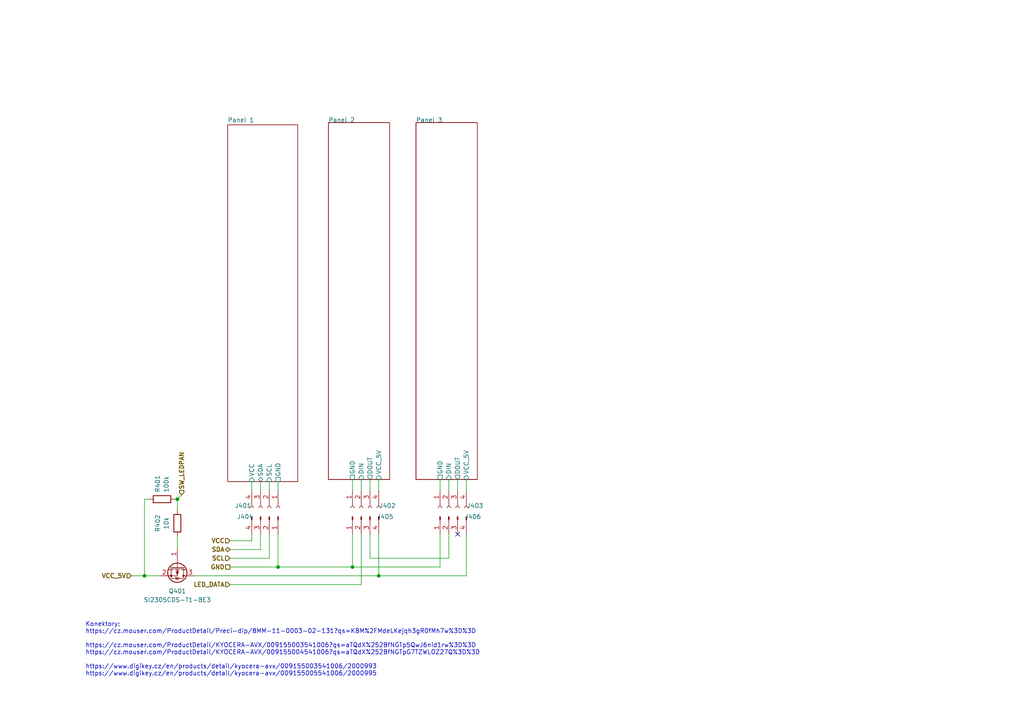
<source format=kicad_sch>
(kicad_sch (version 20211123) (generator eeschema)
  (paper "A4")
  (title_block (title "CanSat 2023") (rev "2022") (company "The Project SkyFall") (comment 1 "David Haisman"))
  (lib_symbols
    (symbol "1Knihovna:SI2305CDS-T1-BE3" (pin_names (offset 0) hide)
      (property "Reference" "Q205" (at 3.175 3.175 0))
      (property "Value" "SI2305CDS-T1-BE3" (at 9.525 1.27 0))
      (symbol "SI2305CDS-T1-BE3_0_1"
        (polyline (pts (xy 0.254 0) (xy -2.54 0)))
        (polyline (pts (xy 0.254 1.905) (xy 0.254 -1.905)) (stroke (width 0.254)))
        (polyline (pts (xy 0.762 -1.27) (xy 0.762 -2.286)) (stroke (width 0.254)))
        (polyline (pts (xy 0.762 0.508) (xy 0.762 -0.508)) (stroke (width 0.254)))
        (polyline (pts (xy 0.762 2.286) (xy 0.762 1.27)) (stroke (width 0.254)))
        (polyline (pts (xy 2.54 2.54) (xy 2.54 1.778)))
        (polyline (pts (xy 2.54 -2.54) (xy 2.54 0) (xy 0.762 0)))
        (polyline (pts (xy 0.762 1.778) (xy 3.302 1.778) (xy 3.302 -1.778) (xy 0.762 -1.778)))
        (polyline (pts (xy 2.286 0) (xy 1.27 0.381) (xy 1.27 -0.381) (xy 2.286 0)) (fill (type outline)))
        (polyline (pts (xy 2.794 -0.508) (xy 2.921 -0.381) (xy 3.683 -0.381) (xy 3.81 -0.254)))
        (polyline (pts (xy 3.302 -0.381) (xy 2.921 0.254) (xy 3.683 0.254) (xy 3.302 -0.381)))
        (circle (center 1.651 0) (radius 2.794) (stroke (width 0.254)))
        (circle (center 2.54 -1.778) (radius 0.254) (fill (type outline)))
        (circle (center 2.54 1.778) (radius 0.254) (fill (type outline)))
      )
      (symbol "SI2305CDS-T1-BE3_1_1"
        (pin input line (at -5.08 0 0) (length 2.54) (name "G") (number "1"))
        (pin passive line (at 2.54 -5.08 90) (length 2.54) (name "S") (number "2"))
        (pin passive line (at 2.54 5.08 270) (length 2.54) (name "D") (number "3"))
      )
    )
    (symbol "Connector:Conn_01x04_Female" (pin_names (offset 1.016) hide)
      (property "Reference" "J" (at 0 5.08 0))
      (property "Value" "Conn_01x04_Female" (at 0 -7.62 0))
      (symbol "Conn_01x04_Female_1_1"
        (arc (start 0 -4.572) (mid -0.508 -5.08) (end 0 -5.588) (stroke (width 0.1524)))
        (arc (start 0 -2.032) (mid -0.508 -2.54) (end 0 -3.048) (stroke (width 0.1524)))
        (polyline (pts (xy -1.27 -5.08) (xy -0.508 -5.08)) (stroke (width 0.1524)))
        (polyline (pts (xy -1.27 -2.54) (xy -0.508 -2.54)) (stroke (width 0.1524)))
        (polyline (pts (xy -1.27 0) (xy -0.508 0)) (stroke (width 0.1524)))
        (polyline (pts (xy -1.27 2.54) (xy -0.508 2.54)) (stroke (width 0.1524)))
        (arc (start 0 0.508) (mid -0.508 0) (end 0 -0.508) (stroke (width 0.1524)))
        (arc (start 0 3.048) (mid -0.508 2.54) (end 0 2.032) (stroke (width 0.1524)))
        (pin passive line (at -5.08 2.54 0) (length 3.81) (name "Pin_1") (number "1"))
        (pin passive line (at -5.08 0 0) (length 3.81) (name "Pin_2") (number "2"))
        (pin passive line (at -5.08 -2.54 0) (length 3.81) (name "Pin_3") (number "3"))
        (pin passive line (at -5.08 -5.08 0) (length 3.81) (name "Pin_4") (number "4"))
      )
    )
    (symbol "Connector:Conn_01x04_Male" (pin_names (offset 1.016) hide)
      (property "Reference" "J" (at 0 5.08 0))
      (property "Value" "Conn_01x04_Male" (at 0 -7.62 0))
      (symbol "Conn_01x04_Male_1_1"
        (polyline (pts (xy 1.27 -5.08) (xy 0.8636 -5.08)) (stroke (width 0.1524)))
        (polyline (pts (xy 1.27 -2.54) (xy 0.8636 -2.54)) (stroke (width 0.1524)))
        (polyline (pts (xy 1.27 0) (xy 0.8636 0)) (stroke (width 0.1524)))
        (polyline (pts (xy 1.27 2.54) (xy 0.8636 2.54)) (stroke (width 0.1524)))
        (rectangle (start 0.8636 -4.953) (end 0 -5.207) (stroke (width 0.1524)) (fill (type outline)))
        (rectangle (start 0.8636 -2.413) (end 0 -2.667) (stroke (width 0.1524)) (fill (type outline)))
        (rectangle (start 0.8636 0.127) (end 0 -0.127) (stroke (width 0.1524)) (fill (type outline)))
        (rectangle (start 0.8636 2.667) (end 0 2.413) (stroke (width 0.1524)) (fill (type outline)))
        (pin passive line (at 5.08 2.54 180) (length 3.81) (name "Pin_1") (number "1"))
        (pin passive line (at 5.08 0 180) (length 3.81) (name "Pin_2") (number "2"))
        (pin passive line (at 5.08 -2.54 180) (length 3.81) (name "Pin_3") (number "3"))
        (pin passive line (at 5.08 -5.08 180) (length 3.81) (name "Pin_4") (number "4"))
      )
    )
    (symbol "Device:R" (pin_numbers hide) (pin_names (offset 0))
      (property "Reference" "R" (at 2.032 0 90))
      (property "Value" "R" (at 0 0 90))
      (symbol "R_0_1"
        (rectangle (start -1.016 -2.54) (end 1.016 2.54) (stroke (width 0.254)))
      )
      (symbol "R_1_1"
        (pin passive line (at 0 3.81 270) (length 1.27) (name "~") (number "1"))
        (pin passive line (at 0 -3.81 90) (length 1.27) (name "~") (number "2"))
      )
    )
  )
  (junction (at 41.91 167.005))
  (junction (at 80.645 164.465))
  (junction (at 102.235 164.465))
  (junction (at 51.435 144.78))
  (junction (at 109.855 167.005))
  (no_connect (at 132.715 154.94))
  (wire (pts (xy 80.645 142.24) (xy 80.645 139.7)))
  (wire (pts (xy 43.18 144.78) (xy 41.91 144.78)))
  (wire (pts (xy 135.255 142.24) (xy 135.255 139.065)))
  (wire (pts (xy 78.105 142.24) (xy 78.105 139.7)))
  (wire (pts (xy 73.025 142.24) (xy 73.025 139.7)))
  (wire (pts (xy 66.675 164.465) (xy 80.645 164.465)))
  (wire (pts (xy 109.855 167.005) (xy 135.255 167.005)))
  (wire (pts (xy 51.435 147.955) (xy 51.435 144.78)))
  (wire (pts (xy 107.315 154.94) (xy 107.315 161.925)))
  (wire (pts (xy 127.635 142.24) (xy 127.635 139.065)))
  (wire (pts (xy 80.645 164.465) (xy 80.645 154.94)))
  (wire (pts (xy 102.235 164.465) (xy 127.635 164.465)))
  (wire (pts (xy 41.91 167.005) (xy 46.355 167.005)))
  (wire (pts (xy 73.025 156.845) (xy 73.025 154.94)))
  (wire (pts (xy 56.515 167.005) (xy 109.855 167.005)))
  (wire (pts (xy 50.8 144.78) (xy 51.435 144.78)))
  (wire (pts (xy 132.715 139.065) (xy 132.715 142.24)))
  (wire (pts (xy 107.315 142.24) (xy 107.315 139.065)))
  (wire (pts (xy 38.1 167.005) (xy 41.91 167.005)))
  (wire (pts (xy 66.675 161.925) (xy 78.105 161.925)))
  (wire (pts (xy 66.675 156.845) (xy 73.025 156.845)))
  (wire (pts (xy 78.105 161.925) (xy 78.105 154.94)))
  (wire (pts (xy 104.775 139.065) (xy 104.775 142.24)))
  (wire (pts (xy 102.235 154.94) (xy 102.235 164.465)))
  (wire (pts (xy 109.855 142.24) (xy 109.855 139.065)))
  (wire (pts (xy 51.435 159.385) (xy 51.435 155.575)))
  (wire (pts (xy 80.645 164.465) (xy 102.235 164.465)))
  (wire (pts (xy 104.775 169.545) (xy 104.775 154.94)))
  (wire (pts (xy 135.255 154.94) (xy 135.255 167.005)))
  (wire (pts (xy 107.315 161.925) (xy 130.175 161.925)))
  (wire (pts (xy 51.435 144.78) (xy 52.705 143.51)))
  (wire (pts (xy 102.235 142.24) (xy 102.235 139.065)))
  (wire (pts (xy 66.675 169.545) (xy 104.775 169.545)))
  (wire (pts (xy 75.565 159.385) (xy 75.565 154.94)))
  (wire (pts (xy 130.175 139.065) (xy 130.175 142.24)))
  (wire (pts (xy 41.91 144.78) (xy 41.91 167.005)))
  (wire (pts (xy 130.175 161.925) (xy 130.175 154.94)))
  (wire (pts (xy 75.565 142.24) (xy 75.565 139.7)))
  (wire (pts (xy 66.675 159.385) (xy 75.565 159.385)))
  (wire (pts (xy 109.855 154.94) (xy 109.855 167.005)))
  (wire (pts (xy 127.635 154.94) (xy 127.635 164.465)))
  (text "Konektory:\nhttps://cz.mouser.com/ProductDetail/Preci-dip/8MM-11-0003-02-131?qs=KBM%2FMdeLKejqh3gR0fMh7w%3D%3D\n\nhttps://cz.mouser.com/ProductDetail/KYOCERA-AVX/009155003541006?qs=aTQdX%252BfNGTp5QwJ6nid1rw%3D%3D\nhttps://cz.mouser.com/ProductDetail/KYOCERA-AVX/009155004541006?qs=aTQdX%252BfNGTpG7TZWLOZ27Q%3D%3D\n\nhttps://www.digikey.cz/en/products/detail/kyocera-avx/009155003541006/2000993\nhttps://www.digikey.cz/en/products/detail/kyocera-avx/009155005541006/2000995" (at 24.765 196.215 0) (effects (font (size 1.27 1.27)) (justify left bottom)))
  (hierarchical_label "LED_DATA" (shape input) (at 66.675 169.545 180) (effects (font bold)))
  (hierarchical_label "GND" (shape passive) (at 66.675 164.465 180) (effects (font bold)))
  (hierarchical_label "VCC" (shape input) (at 66.675 156.845 180) (effects (font bold)))
  (hierarchical_label "SCL" (shape input) (at 66.675 161.925 180) (effects (font bold)))
  (hierarchical_label "SDA" (shape bidirectional) (at 66.675 159.385 180) (effects (font bold)))
  (hierarchical_label "SW_LEDPAN" (shape input) (at 52.705 143.51 90) (effects (font (thickness 0.254) bold)))
  (hierarchical_label "VCC_5V" (shape input) (at 38.1 167.005 180) (effects (font bold)))
  (symbol (lib_id "Connector:Conn_01x04_Female") (at 104.775 147.32 90) (mirror x) (unit 1) (in_bom no)
    (property "Reference" "J402" (at 112.395 146.685 90))
    (property "Value" "Land patern" (effects hide))
  )
  (symbol (lib_id "Device:R") (at 46.99 144.78 90) (unit 1)
    (property "Reference" "R401" (at 45.7199 142.875 0) (effects (justify left)))
    (property "Value" "100k" (at 48.2599 142.875 0) (effects (justify left)))
    (property "Footprint" "Resistor_SMD:R_0402_1005Metric" (effects hide))
  )
  (symbol (lib_id "Connector:Conn_01x04_Male") (at 130.175 149.86 90) (mirror x) (unit 1)
    (property "Reference" "J406" (at 137.16 149.86 90))
    (property "Value" "009155004541006" (effects hide))
    (property "Footprint" "SamacSys_Parts2:009155004541006" (effects hide))
  )
  (symbol (lib_id "Connector:Conn_01x04_Male") (at 78.105 149.86 270) (unit 1)
    (property "Reference" "J404" (at 71.12 149.86 90))
    (property "Value" "009155004541006" (effects hide))
    (property "Footprint" "SamacSys_Parts2:009155004541006" (effects hide))
  )
  (symbol (lib_id "Connector:Conn_01x04_Female") (at 78.105 147.32 270) (unit 1) (in_bom no)
    (property "Reference" "J401" (at 70.485 146.685 90))
    (property "Value" "Land patern" (effects hide))
  )
  (symbol (lib_id "Device:R") (at 51.435 151.765 180) (unit 1)
    (property "Reference" "R402" (at 45.72 151.765 90))
    (property "Value" "10k" (at 48.26 151.765 90))
    (property "Footprint" "Resistor_SMD:R_0402_1005Metric" (effects hide))
  )
  (symbol (lib_id "Connector:Conn_01x04_Female") (at 130.175 147.32 90) (mirror x) (unit 1) (in_bom no)
    (property "Reference" "J403" (at 137.795 146.685 90))
    (property "Value" "Land patern" (effects hide))
  )
  (symbol (lib_id "Connector:Conn_01x04_Male") (at 104.775 149.86 90) (mirror x) (unit 1)
    (property "Reference" "J405" (at 111.76 149.86 90))
    (property "Value" "009155004541006" (effects hide))
    (property "Footprint" "SamacSys_Parts2:009155004541006" (effects hide))
  )
  (symbol (lib_id "1Knihovna:SI2305CDS-T1-BE3") (at 51.435 164.465 270) (unit 1)
    (property "Reference" "Q401" (at 51.435 171.45 90))
    (property "Value" "SI2305CDS-T1-BE3" (at 51.435 173.99 90))
    (property "Footprint" "Package_TO_SOT_SMD:SOT-23" (effects hide))
    (property "Datasheet" "https://cz.mouser.com/datasheet/2/427/si2305cd-1764559.pdf" (effects hide))
  )
  (sheet (at 95.25 35.56) (size 17.78 103.505) (stroke (width 0.1524))
    (property "Sheet name" "Panel 2" (at 95.25 35.56 0) (effects (justify left bottom)))
    (property "Sheet file" "panel_4.kicad_sch" (effects hide))
    (pin "GND" passive (at 102.235 139.065 270))
    (pin "DIN" input (at 104.775 139.065 270))
    (pin "VCC_5V" input (at 109.855 139.065 270))
    (pin "DOUT" output (at 107.315 139.065 270))
  )
  (sheet (at 120.65 35.56) (size 17.78 103.505) (stroke (width 0.1524))
    (property "Sheet name" "Panel 3" (at 120.65 35.56 0) (effects (justify left bottom)))
    (property "Sheet file" "panel_4.kicad_sch" (effects hide))
    (pin "GND" passive (at 127.635 139.065 270))
    (pin "DIN" input (at 130.175 139.065 270))
    (pin "VCC_5V" input (at 135.255 139.065 270))
    (pin "DOUT" output (at 132.715 139.065 270))
  )
  (sheet (at 66.04 36.195) (size 20.32 103.505) (stroke (width 0.1524))
    (property "Sheet name" "Panel 1" (at 66.04 35.56 0) (effects (justify left bottom)))
    (property "Sheet file" "panel_1.kicad_sch" (effects hide))
    (pin "VCC" input (at 73.025 139.7 270))
    (pin "GND" passive (at 80.645 139.7 270))
    (pin "SDA" bidirectional (at 75.565 139.7 270))
    (pin "SCL" input (at 78.105 139.7 270))
  )
)
</source>
